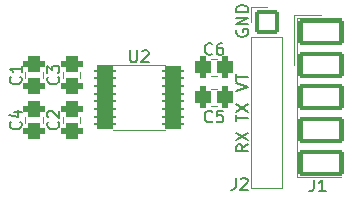
<source format=gto>
%TF.GenerationSoftware,KiCad,Pcbnew,7.0.2-0*%
%TF.CreationDate,2023-11-06T23:03:35-08:00*%
%TF.ProjectId,uart-friend-232,75617274-2d66-4726-9965-6e642d323332,rev?*%
%TF.SameCoordinates,PX9765530PY6521e48*%
%TF.FileFunction,Legend,Top*%
%TF.FilePolarity,Positive*%
%FSLAX46Y46*%
G04 Gerber Fmt 4.6, Leading zero omitted, Abs format (unit mm)*
G04 Created by KiCad (PCBNEW 7.0.2-0) date 2023-11-06 23:03:35*
%MOMM*%
%LPD*%
G01*
G04 APERTURE LIST*
G04 Aperture macros list*
%AMRoundRect*
0 Rectangle with rounded corners*
0 $1 Rounding radius*
0 $2 $3 $4 $5 $6 $7 $8 $9 X,Y pos of 4 corners*
0 Add a 4 corners polygon primitive as box body*
4,1,4,$2,$3,$4,$5,$6,$7,$8,$9,$2,$3,0*
0 Add four circle primitives for the rounded corners*
1,1,$1+$1,$2,$3*
1,1,$1+$1,$4,$5*
1,1,$1+$1,$6,$7*
1,1,$1+$1,$8,$9*
0 Add four rect primitives between the rounded corners*
20,1,$1+$1,$2,$3,$4,$5,0*
20,1,$1+$1,$4,$5,$6,$7,0*
20,1,$1+$1,$6,$7,$8,$9,0*
20,1,$1+$1,$8,$9,$2,$3,0*%
G04 Aperture macros list end*
%ADD10C,0.150000*%
%ADD11C,0.120000*%
%ADD12O,2.100000X2.100000*%
%ADD13RoundRect,0.200000X-0.850000X-0.850000X0.850000X-0.850000X0.850000X0.850000X-0.850000X0.850000X0*%
%ADD14RoundRect,0.300000X-0.637500X-0.100000X0.637500X-0.100000X0.637500X0.100000X-0.637500X0.100000X0*%
%ADD15RoundRect,0.200000X1.740000X-0.923333X1.740000X0.923333X-1.740000X0.923333X-1.740000X-0.923333X0*%
%ADD16RoundRect,0.450000X-0.250000X-0.475000X0.250000X-0.475000X0.250000X0.475000X-0.250000X0.475000X0*%
%ADD17RoundRect,0.450000X0.475000X-0.250000X0.475000X0.250000X-0.475000X0.250000X-0.475000X-0.250000X0*%
%ADD18RoundRect,0.450000X-0.475000X0.250000X-0.475000X-0.250000X0.475000X-0.250000X0.475000X0.250000X0*%
G04 APERTURE END LIST*
D10*
X27640619Y4278334D02*
X27164428Y3945001D01*
X27640619Y3706906D02*
X26640619Y3706906D01*
X26640619Y3706906D02*
X26640619Y4087858D01*
X26640619Y4087858D02*
X26688238Y4183096D01*
X26688238Y4183096D02*
X26735857Y4230715D01*
X26735857Y4230715D02*
X26831095Y4278334D01*
X26831095Y4278334D02*
X26973952Y4278334D01*
X26973952Y4278334D02*
X27069190Y4230715D01*
X27069190Y4230715D02*
X27116809Y4183096D01*
X27116809Y4183096D02*
X27164428Y4087858D01*
X27164428Y4087858D02*
X27164428Y3706906D01*
X26640619Y4611668D02*
X27640619Y5278334D01*
X26640619Y5278334D02*
X27640619Y4611668D01*
X26640619Y6223096D02*
X26640619Y6794524D01*
X27640619Y6508810D02*
X26640619Y6508810D01*
X26640619Y7032620D02*
X27640619Y7699286D01*
X26640619Y7699286D02*
X27640619Y7032620D01*
X26640619Y8810715D02*
X27640619Y9144048D01*
X27640619Y9144048D02*
X26640619Y9477381D01*
X26640619Y9667858D02*
X26640619Y10239286D01*
X27640619Y9953572D02*
X26640619Y9953572D01*
X26688238Y13970096D02*
X26640619Y13874858D01*
X26640619Y13874858D02*
X26640619Y13732001D01*
X26640619Y13732001D02*
X26688238Y13589144D01*
X26688238Y13589144D02*
X26783476Y13493906D01*
X26783476Y13493906D02*
X26878714Y13446287D01*
X26878714Y13446287D02*
X27069190Y13398668D01*
X27069190Y13398668D02*
X27212047Y13398668D01*
X27212047Y13398668D02*
X27402523Y13446287D01*
X27402523Y13446287D02*
X27497761Y13493906D01*
X27497761Y13493906D02*
X27593000Y13589144D01*
X27593000Y13589144D02*
X27640619Y13732001D01*
X27640619Y13732001D02*
X27640619Y13827239D01*
X27640619Y13827239D02*
X27593000Y13970096D01*
X27593000Y13970096D02*
X27545380Y14017715D01*
X27545380Y14017715D02*
X27212047Y14017715D01*
X27212047Y14017715D02*
X27212047Y13827239D01*
X27640619Y14446287D02*
X26640619Y14446287D01*
X26640619Y14446287D02*
X27640619Y15017715D01*
X27640619Y15017715D02*
X26640619Y15017715D01*
X27640619Y15493906D02*
X26640619Y15493906D01*
X26640619Y15493906D02*
X26640619Y15732001D01*
X26640619Y15732001D02*
X26688238Y15874858D01*
X26688238Y15874858D02*
X26783476Y15970096D01*
X26783476Y15970096D02*
X26878714Y16017715D01*
X26878714Y16017715D02*
X27069190Y16065334D01*
X27069190Y16065334D02*
X27212047Y16065334D01*
X27212047Y16065334D02*
X27402523Y16017715D01*
X27402523Y16017715D02*
X27497761Y15970096D01*
X27497761Y15970096D02*
X27593000Y15874858D01*
X27593000Y15874858D02*
X27640619Y15732001D01*
X27640619Y15732001D02*
X27640619Y15493906D01*
%TO.C,J2*%
X26590666Y1426381D02*
X26590666Y712096D01*
X26590666Y712096D02*
X26543047Y569239D01*
X26543047Y569239D02*
X26447809Y474000D01*
X26447809Y474000D02*
X26304952Y426381D01*
X26304952Y426381D02*
X26209714Y426381D01*
X27019238Y1331143D02*
X27066857Y1378762D01*
X27066857Y1378762D02*
X27162095Y1426381D01*
X27162095Y1426381D02*
X27400190Y1426381D01*
X27400190Y1426381D02*
X27495428Y1378762D01*
X27495428Y1378762D02*
X27543047Y1331143D01*
X27543047Y1331143D02*
X27590666Y1235905D01*
X27590666Y1235905D02*
X27590666Y1140667D01*
X27590666Y1140667D02*
X27543047Y997810D01*
X27543047Y997810D02*
X26971619Y426381D01*
X26971619Y426381D02*
X27590666Y426381D01*
%TO.C,U2*%
X17653095Y12242381D02*
X17653095Y11432858D01*
X17653095Y11432858D02*
X17700714Y11337620D01*
X17700714Y11337620D02*
X17748333Y11290000D01*
X17748333Y11290000D02*
X17843571Y11242381D01*
X17843571Y11242381D02*
X18034047Y11242381D01*
X18034047Y11242381D02*
X18129285Y11290000D01*
X18129285Y11290000D02*
X18176904Y11337620D01*
X18176904Y11337620D02*
X18224523Y11432858D01*
X18224523Y11432858D02*
X18224523Y12242381D01*
X18653095Y12147143D02*
X18700714Y12194762D01*
X18700714Y12194762D02*
X18795952Y12242381D01*
X18795952Y12242381D02*
X19034047Y12242381D01*
X19034047Y12242381D02*
X19129285Y12194762D01*
X19129285Y12194762D02*
X19176904Y12147143D01*
X19176904Y12147143D02*
X19224523Y12051905D01*
X19224523Y12051905D02*
X19224523Y11956667D01*
X19224523Y11956667D02*
X19176904Y11813810D01*
X19176904Y11813810D02*
X18605476Y11242381D01*
X18605476Y11242381D02*
X19224523Y11242381D01*
%TO.C,J1*%
X33194666Y1299381D02*
X33194666Y585096D01*
X33194666Y585096D02*
X33147047Y442239D01*
X33147047Y442239D02*
X33051809Y347000D01*
X33051809Y347000D02*
X32908952Y299381D01*
X32908952Y299381D02*
X32813714Y299381D01*
X34194666Y299381D02*
X33623238Y299381D01*
X33908952Y299381D02*
X33908952Y1299381D01*
X33908952Y1299381D02*
X33813714Y1156524D01*
X33813714Y1156524D02*
X33718476Y1061286D01*
X33718476Y1061286D02*
X33623238Y1013667D01*
%TO.C,C6*%
X24598333Y11951620D02*
X24550714Y11904000D01*
X24550714Y11904000D02*
X24407857Y11856381D01*
X24407857Y11856381D02*
X24312619Y11856381D01*
X24312619Y11856381D02*
X24169762Y11904000D01*
X24169762Y11904000D02*
X24074524Y11999239D01*
X24074524Y11999239D02*
X24026905Y12094477D01*
X24026905Y12094477D02*
X23979286Y12284953D01*
X23979286Y12284953D02*
X23979286Y12427810D01*
X23979286Y12427810D02*
X24026905Y12618286D01*
X24026905Y12618286D02*
X24074524Y12713524D01*
X24074524Y12713524D02*
X24169762Y12808762D01*
X24169762Y12808762D02*
X24312619Y12856381D01*
X24312619Y12856381D02*
X24407857Y12856381D01*
X24407857Y12856381D02*
X24550714Y12808762D01*
X24550714Y12808762D02*
X24598333Y12761143D01*
X25455476Y12856381D02*
X25265000Y12856381D01*
X25265000Y12856381D02*
X25169762Y12808762D01*
X25169762Y12808762D02*
X25122143Y12761143D01*
X25122143Y12761143D02*
X25026905Y12618286D01*
X25026905Y12618286D02*
X24979286Y12427810D01*
X24979286Y12427810D02*
X24979286Y12046858D01*
X24979286Y12046858D02*
X25026905Y11951620D01*
X25026905Y11951620D02*
X25074524Y11904000D01*
X25074524Y11904000D02*
X25169762Y11856381D01*
X25169762Y11856381D02*
X25360238Y11856381D01*
X25360238Y11856381D02*
X25455476Y11904000D01*
X25455476Y11904000D02*
X25503095Y11951620D01*
X25503095Y11951620D02*
X25550714Y12046858D01*
X25550714Y12046858D02*
X25550714Y12284953D01*
X25550714Y12284953D02*
X25503095Y12380191D01*
X25503095Y12380191D02*
X25455476Y12427810D01*
X25455476Y12427810D02*
X25360238Y12475429D01*
X25360238Y12475429D02*
X25169762Y12475429D01*
X25169762Y12475429D02*
X25074524Y12427810D01*
X25074524Y12427810D02*
X25026905Y12380191D01*
X25026905Y12380191D02*
X24979286Y12284953D01*
%TO.C,C5*%
X24598333Y6236620D02*
X24550714Y6189000D01*
X24550714Y6189000D02*
X24407857Y6141381D01*
X24407857Y6141381D02*
X24312619Y6141381D01*
X24312619Y6141381D02*
X24169762Y6189000D01*
X24169762Y6189000D02*
X24074524Y6284239D01*
X24074524Y6284239D02*
X24026905Y6379477D01*
X24026905Y6379477D02*
X23979286Y6569953D01*
X23979286Y6569953D02*
X23979286Y6712810D01*
X23979286Y6712810D02*
X24026905Y6903286D01*
X24026905Y6903286D02*
X24074524Y6998524D01*
X24074524Y6998524D02*
X24169762Y7093762D01*
X24169762Y7093762D02*
X24312619Y7141381D01*
X24312619Y7141381D02*
X24407857Y7141381D01*
X24407857Y7141381D02*
X24550714Y7093762D01*
X24550714Y7093762D02*
X24598333Y7046143D01*
X25503095Y7141381D02*
X25026905Y7141381D01*
X25026905Y7141381D02*
X24979286Y6665191D01*
X24979286Y6665191D02*
X25026905Y6712810D01*
X25026905Y6712810D02*
X25122143Y6760429D01*
X25122143Y6760429D02*
X25360238Y6760429D01*
X25360238Y6760429D02*
X25455476Y6712810D01*
X25455476Y6712810D02*
X25503095Y6665191D01*
X25503095Y6665191D02*
X25550714Y6569953D01*
X25550714Y6569953D02*
X25550714Y6331858D01*
X25550714Y6331858D02*
X25503095Y6236620D01*
X25503095Y6236620D02*
X25455476Y6189000D01*
X25455476Y6189000D02*
X25360238Y6141381D01*
X25360238Y6141381D02*
X25122143Y6141381D01*
X25122143Y6141381D02*
X25026905Y6189000D01*
X25026905Y6189000D02*
X24979286Y6236620D01*
%TO.C,C4*%
X8368380Y6183334D02*
X8416000Y6135715D01*
X8416000Y6135715D02*
X8463619Y5992858D01*
X8463619Y5992858D02*
X8463619Y5897620D01*
X8463619Y5897620D02*
X8416000Y5754763D01*
X8416000Y5754763D02*
X8320761Y5659525D01*
X8320761Y5659525D02*
X8225523Y5611906D01*
X8225523Y5611906D02*
X8035047Y5564287D01*
X8035047Y5564287D02*
X7892190Y5564287D01*
X7892190Y5564287D02*
X7701714Y5611906D01*
X7701714Y5611906D02*
X7606476Y5659525D01*
X7606476Y5659525D02*
X7511238Y5754763D01*
X7511238Y5754763D02*
X7463619Y5897620D01*
X7463619Y5897620D02*
X7463619Y5992858D01*
X7463619Y5992858D02*
X7511238Y6135715D01*
X7511238Y6135715D02*
X7558857Y6183334D01*
X7796952Y7040477D02*
X8463619Y7040477D01*
X7416000Y6802382D02*
X8130285Y6564287D01*
X8130285Y6564287D02*
X8130285Y7183334D01*
%TO.C,C3*%
X11543380Y9993334D02*
X11591000Y9945715D01*
X11591000Y9945715D02*
X11638619Y9802858D01*
X11638619Y9802858D02*
X11638619Y9707620D01*
X11638619Y9707620D02*
X11591000Y9564763D01*
X11591000Y9564763D02*
X11495761Y9469525D01*
X11495761Y9469525D02*
X11400523Y9421906D01*
X11400523Y9421906D02*
X11210047Y9374287D01*
X11210047Y9374287D02*
X11067190Y9374287D01*
X11067190Y9374287D02*
X10876714Y9421906D01*
X10876714Y9421906D02*
X10781476Y9469525D01*
X10781476Y9469525D02*
X10686238Y9564763D01*
X10686238Y9564763D02*
X10638619Y9707620D01*
X10638619Y9707620D02*
X10638619Y9802858D01*
X10638619Y9802858D02*
X10686238Y9945715D01*
X10686238Y9945715D02*
X10733857Y9993334D01*
X10638619Y10326668D02*
X10638619Y10945715D01*
X10638619Y10945715D02*
X11019571Y10612382D01*
X11019571Y10612382D02*
X11019571Y10755239D01*
X11019571Y10755239D02*
X11067190Y10850477D01*
X11067190Y10850477D02*
X11114809Y10898096D01*
X11114809Y10898096D02*
X11210047Y10945715D01*
X11210047Y10945715D02*
X11448142Y10945715D01*
X11448142Y10945715D02*
X11543380Y10898096D01*
X11543380Y10898096D02*
X11591000Y10850477D01*
X11591000Y10850477D02*
X11638619Y10755239D01*
X11638619Y10755239D02*
X11638619Y10469525D01*
X11638619Y10469525D02*
X11591000Y10374287D01*
X11591000Y10374287D02*
X11543380Y10326668D01*
%TO.C,C2*%
X11543380Y6183334D02*
X11591000Y6135715D01*
X11591000Y6135715D02*
X11638619Y5992858D01*
X11638619Y5992858D02*
X11638619Y5897620D01*
X11638619Y5897620D02*
X11591000Y5754763D01*
X11591000Y5754763D02*
X11495761Y5659525D01*
X11495761Y5659525D02*
X11400523Y5611906D01*
X11400523Y5611906D02*
X11210047Y5564287D01*
X11210047Y5564287D02*
X11067190Y5564287D01*
X11067190Y5564287D02*
X10876714Y5611906D01*
X10876714Y5611906D02*
X10781476Y5659525D01*
X10781476Y5659525D02*
X10686238Y5754763D01*
X10686238Y5754763D02*
X10638619Y5897620D01*
X10638619Y5897620D02*
X10638619Y5992858D01*
X10638619Y5992858D02*
X10686238Y6135715D01*
X10686238Y6135715D02*
X10733857Y6183334D01*
X10733857Y6564287D02*
X10686238Y6611906D01*
X10686238Y6611906D02*
X10638619Y6707144D01*
X10638619Y6707144D02*
X10638619Y6945239D01*
X10638619Y6945239D02*
X10686238Y7040477D01*
X10686238Y7040477D02*
X10733857Y7088096D01*
X10733857Y7088096D02*
X10829095Y7135715D01*
X10829095Y7135715D02*
X10924333Y7135715D01*
X10924333Y7135715D02*
X11067190Y7088096D01*
X11067190Y7088096D02*
X11638619Y6516668D01*
X11638619Y6516668D02*
X11638619Y7135715D01*
%TO.C,C1*%
X8368380Y9993334D02*
X8416000Y9945715D01*
X8416000Y9945715D02*
X8463619Y9802858D01*
X8463619Y9802858D02*
X8463619Y9707620D01*
X8463619Y9707620D02*
X8416000Y9564763D01*
X8416000Y9564763D02*
X8320761Y9469525D01*
X8320761Y9469525D02*
X8225523Y9421906D01*
X8225523Y9421906D02*
X8035047Y9374287D01*
X8035047Y9374287D02*
X7892190Y9374287D01*
X7892190Y9374287D02*
X7701714Y9421906D01*
X7701714Y9421906D02*
X7606476Y9469525D01*
X7606476Y9469525D02*
X7511238Y9564763D01*
X7511238Y9564763D02*
X7463619Y9707620D01*
X7463619Y9707620D02*
X7463619Y9802858D01*
X7463619Y9802858D02*
X7511238Y9945715D01*
X7511238Y9945715D02*
X7558857Y9993334D01*
X8463619Y10945715D02*
X8463619Y10374287D01*
X8463619Y10660001D02*
X7463619Y10660001D01*
X7463619Y10660001D02*
X7606476Y10564763D01*
X7606476Y10564763D02*
X7701714Y10469525D01*
X7701714Y10469525D02*
X7749333Y10374287D01*
D11*
%TO.C,J2*%
X30540000Y13335000D02*
X30540000Y575000D01*
X27880000Y575000D02*
X30540000Y575000D01*
X27880000Y13335000D02*
X30540000Y13335000D01*
X27880000Y15935000D02*
X29210000Y15935000D01*
X27880000Y14605000D02*
X27880000Y15935000D01*
X27880000Y13335000D02*
X27880000Y575000D01*
%TO.C,U2*%
X18415000Y5520000D02*
X16215000Y5520000D01*
X18415000Y10990000D02*
X20615000Y10990000D01*
X18415000Y10990000D02*
X14815000Y10990000D01*
X18415000Y5520000D02*
X20615000Y5520000D01*
%TO.C,J1*%
X31785000Y1531667D02*
X35525000Y1531667D01*
X35525000Y14978333D02*
X31785000Y14978333D01*
X31785000Y14978333D02*
X31785000Y1531667D01*
X31545000Y15218333D02*
X31545000Y11025000D01*
X33785000Y15218333D02*
X31545000Y15218333D01*
%TO.C,C6*%
X24503748Y10060000D02*
X25026252Y10060000D01*
X24503748Y11530000D02*
X25026252Y11530000D01*
%TO.C,C5*%
X24503748Y7520000D02*
X25026252Y7520000D01*
X24503748Y8990000D02*
X25026252Y8990000D01*
%TO.C,C4*%
X10260000Y6088748D02*
X10260000Y6611252D01*
X8790000Y6088748D02*
X8790000Y6611252D01*
%TO.C,C3*%
X13435000Y9898748D02*
X13435000Y10421252D01*
X11965000Y9898748D02*
X11965000Y10421252D01*
%TO.C,C2*%
X11965000Y6611252D02*
X11965000Y6088748D01*
X13435000Y6611252D02*
X13435000Y6088748D01*
%TO.C,C1*%
X8790000Y10421252D02*
X8790000Y9898748D01*
X10260000Y10421252D02*
X10260000Y9898748D01*
%TD*%
%LPC*%
D12*
%TO.C,J2*%
X29210000Y1905000D03*
X29210000Y4445000D03*
X29210000Y6985000D03*
X29210000Y9525000D03*
X29210000Y12065000D03*
D13*
X29210000Y14605000D03*
%TD*%
D14*
%TO.C,U2*%
X15552500Y10530000D03*
X15552500Y9880000D03*
X15552500Y9230000D03*
X15552500Y8580000D03*
X15552500Y7930000D03*
X15552500Y7280000D03*
X15552500Y6630000D03*
X15552500Y5980000D03*
X21277500Y5980000D03*
X21277500Y6630000D03*
X21277500Y7280000D03*
X21277500Y7930000D03*
X21277500Y8580000D03*
X21277500Y9230000D03*
X21277500Y9880000D03*
X21277500Y10530000D03*
%TD*%
D15*
%TO.C,J1*%
X33785000Y13795000D03*
X33785000Y11025000D03*
X33785000Y8255000D03*
X33785000Y5485000D03*
X33785000Y2715000D03*
%TD*%
D16*
%TO.C,C6*%
X23815000Y10795000D03*
X25715000Y10795000D03*
%TD*%
%TO.C,C5*%
X23815000Y8255000D03*
X25715000Y8255000D03*
%TD*%
D17*
%TO.C,C4*%
X9525000Y5400000D03*
X9525000Y7300000D03*
%TD*%
%TO.C,C3*%
X12700000Y9210000D03*
X12700000Y11110000D03*
%TD*%
D18*
%TO.C,C2*%
X12700000Y7300000D03*
X12700000Y5400000D03*
%TD*%
%TO.C,C1*%
X9525000Y11110000D03*
X9525000Y9210000D03*
%TD*%
%LPD*%
M02*

</source>
